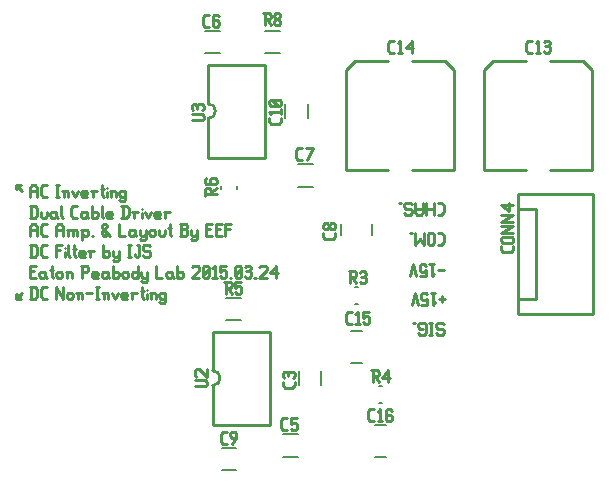
<source format=gto>
G04 start of page 8 for group -4079 idx -4079 *
G04 Title: (unknown), topsilk *
G04 Creator: pcb 20140316 *
G04 CreationDate: Fri 17 Jul 2015 05:09:26 PM GMT UTC *
G04 For: fosse *
G04 Format: Gerber/RS-274X *
G04 PCB-Dimensions (mil): 2170.00 1700.00 *
G04 PCB-Coordinate-Origin: lower left *
%MOIN*%
%FSLAX25Y25*%
%LNTOPSILK*%
%ADD56C,0.0080*%
%ADD55C,0.0100*%
G54D55*X15000Y68500D02*X13000Y66500D01*
Y68000D02*Y66500D01*
Y68000D02*X14500Y66500D01*
X13000D02*X14500D01*
X15000Y102500D02*X13000Y104500D01*
X14500D01*
X13000Y103000D01*
Y104500D01*
X17500Y75700D02*X19000D01*
X17500Y73500D02*X19500D01*
X17500Y77500D02*Y73500D01*
Y77500D02*X19500D01*
X22200Y75500D02*X22700Y75000D01*
X21200Y75500D02*X22200D01*
X20700Y75000D02*X21200Y75500D01*
X20700Y75000D02*Y74000D01*
X21200Y73500D01*
X22700Y75500D02*Y74000D01*
X23200Y73500D01*
X21200D02*X22200D01*
X22700Y74000D01*
X24900Y77500D02*Y74000D01*
X25400Y73500D01*
X24400Y76000D02*X25400D01*
X26400Y75000D02*Y74000D01*
Y75000D02*X26900Y75500D01*
X27900D01*
X28400Y75000D01*
Y74000D01*
X27900Y73500D02*X28400Y74000D01*
X26900Y73500D02*X27900D01*
X26400Y74000D02*X26900Y73500D01*
X30100Y75000D02*Y73500D01*
Y75000D02*X30600Y75500D01*
X31100D01*
X31600Y75000D01*
Y73500D01*
X29600Y75500D02*X30100Y75000D01*
X35100Y77500D02*Y73500D01*
X34600Y77500D02*X36600D01*
X37100Y77000D01*
Y76000D01*
X36600Y75500D02*X37100Y76000D01*
X35100Y75500D02*X36600D01*
X38800Y73500D02*X40300D01*
X38300Y74000D02*X38800Y73500D01*
X38300Y75000D02*Y74000D01*
Y75000D02*X38800Y75500D01*
X39800D01*
X40300Y75000D01*
X38300Y74500D02*X40300D01*
Y75000D02*Y74500D01*
X43000Y75500D02*X43500Y75000D01*
X42000Y75500D02*X43000D01*
X41500Y75000D02*X42000Y75500D01*
X41500Y75000D02*Y74000D01*
X42000Y73500D01*
X43500Y75500D02*Y74000D01*
X44000Y73500D01*
X42000D02*X43000D01*
X43500Y74000D01*
X45200Y77500D02*Y73500D01*
Y74000D02*X45700Y73500D01*
X46700D01*
X47200Y74000D01*
Y75000D02*Y74000D01*
X46700Y75500D02*X47200Y75000D01*
X45700Y75500D02*X46700D01*
X45200Y75000D02*X45700Y75500D01*
X48400Y75000D02*Y74000D01*
Y75000D02*X48900Y75500D01*
X49900D01*
X50400Y75000D01*
Y74000D01*
X49900Y73500D02*X50400Y74000D01*
X48900Y73500D02*X49900D01*
X48400Y74000D02*X48900Y73500D01*
X53600Y77500D02*Y73500D01*
X53100D02*X53600Y74000D01*
X52100Y73500D02*X53100D01*
X51600Y74000D02*X52100Y73500D01*
X51600Y75000D02*Y74000D01*
Y75000D02*X52100Y75500D01*
X53100D01*
X53600Y75000D01*
X54800Y75500D02*Y74000D01*
X55300Y73500D01*
X56800Y75500D02*Y72500D01*
X56300Y72000D02*X56800Y72500D01*
X55300Y72000D02*X56300D01*
X54800Y72500D02*X55300Y72000D01*
Y73500D02*X56300D01*
X56800Y74000D01*
X59800Y77500D02*Y73500D01*
X61800D01*
X64500Y75500D02*X65000Y75000D01*
X63500Y75500D02*X64500D01*
X63000Y75000D02*X63500Y75500D01*
X63000Y75000D02*Y74000D01*
X63500Y73500D01*
X65000Y75500D02*Y74000D01*
X65500Y73500D01*
X63500D02*X64500D01*
X65000Y74000D01*
X66700Y77500D02*Y73500D01*
Y74000D02*X67200Y73500D01*
X68200D01*
X68700Y74000D01*
Y75000D02*Y74000D01*
X68200Y75500D02*X68700Y75000D01*
X67200Y75500D02*X68200D01*
X66700Y75000D02*X67200Y75500D01*
X71500Y77000D02*X72000Y77500D01*
X73500D01*
X74000Y77000D01*
Y76000D01*
X71500Y73500D02*X74000Y76000D01*
X71500Y73500D02*X74000D01*
X75200Y74000D02*X75700Y73500D01*
X75200Y77000D02*Y74000D01*
Y77000D02*X75700Y77500D01*
X76700D01*
X77200Y77000D01*
Y74000D01*
X76700Y73500D02*X77200Y74000D01*
X75700Y73500D02*X76700D01*
X75200Y74500D02*X77200Y76500D01*
X78400Y76700D02*X79200Y77500D01*
Y73500D01*
X78400D02*X79900D01*
X81100Y77500D02*X83100D01*
X81100D02*Y75500D01*
X81600Y76000D01*
X82600D01*
X83100Y75500D01*
Y74000D01*
X82600Y73500D02*X83100Y74000D01*
X81600Y73500D02*X82600D01*
X81100Y74000D02*X81600Y73500D01*
X84300D02*X84800D01*
X86000Y74000D02*X86500Y73500D01*
X86000Y77000D02*Y74000D01*
Y77000D02*X86500Y77500D01*
X87500D01*
X88000Y77000D01*
Y74000D01*
X87500Y73500D02*X88000Y74000D01*
X86500Y73500D02*X87500D01*
X86000Y74500D02*X88000Y76500D01*
X89200Y77000D02*X89700Y77500D01*
X90700D01*
X91200Y77000D01*
X90700Y73500D02*X91200Y74000D01*
X89700Y73500D02*X90700D01*
X89200Y74000D02*X89700Y73500D01*
Y75700D02*X90700D01*
X91200Y77000D02*Y76200D01*
Y75200D02*Y74000D01*
Y75200D02*X90700Y75700D01*
X91200Y76200D02*X90700Y75700D01*
X92400Y73500D02*X92900D01*
X94100Y77000D02*X94600Y77500D01*
X96100D01*
X96600Y77000D01*
Y76000D01*
X94100Y73500D02*X96600Y76000D01*
X94100Y73500D02*X96600D01*
X97800Y75000D02*X99800Y77500D01*
X97800Y75000D02*X100300D01*
X99800Y77500D02*Y73500D01*
X18000Y84500D02*Y80500D01*
X19300Y84500D02*X20000Y83800D01*
Y81200D01*
X19300Y80500D02*X20000Y81200D01*
X17500Y80500D02*X19300D01*
X17500Y84500D02*X19300D01*
X21900Y80500D02*X23200D01*
X21200Y81200D02*X21900Y80500D01*
X21200Y83800D02*Y81200D01*
Y83800D02*X21900Y84500D01*
X23200D01*
X26200D02*Y80500D01*
Y84500D02*X28200D01*
X26200Y82700D02*X27700D01*
X29400Y83500D02*Y83400D01*
Y82000D02*Y80500D01*
X30400Y84500D02*Y81000D01*
X30900Y80500D01*
X32400Y84500D02*Y81000D01*
X32900Y80500D01*
X31900Y83000D02*X32900D01*
X34400Y80500D02*X35900D01*
X33900Y81000D02*X34400Y80500D01*
X33900Y82000D02*Y81000D01*
Y82000D02*X34400Y82500D01*
X35400D01*
X35900Y82000D01*
X33900Y81500D02*X35900D01*
Y82000D02*Y81500D01*
X37600Y82000D02*Y80500D01*
Y82000D02*X38100Y82500D01*
X39100D01*
X37100D02*X37600Y82000D01*
X42100Y84500D02*Y80500D01*
Y81000D02*X42600Y80500D01*
X43600D01*
X44100Y81000D01*
Y82000D02*Y81000D01*
X43600Y82500D02*X44100Y82000D01*
X42600Y82500D02*X43600D01*
X42100Y82000D02*X42600Y82500D01*
X45300D02*Y81000D01*
X45800Y80500D01*
X47300Y82500D02*Y79500D01*
X46800Y79000D02*X47300Y79500D01*
X45800Y79000D02*X46800D01*
X45300Y79500D02*X45800Y79000D01*
Y80500D02*X46800D01*
X47300Y81000D01*
X50300Y84500D02*X51300D01*
X50800D02*Y80500D01*
X50300D02*X51300D01*
X53200Y84500D02*X54000D01*
Y81000D01*
X53500Y80500D02*X54000Y81000D01*
X53000Y80500D02*X53500D01*
X52500Y81000D02*X53000Y80500D01*
X52500Y81500D02*Y81000D01*
X57200Y84500D02*X57700Y84000D01*
X55700Y84500D02*X57200D01*
X55200Y84000D02*X55700Y84500D01*
X55200Y84000D02*Y83000D01*
X55700Y82500D01*
X57200D01*
X57700Y82000D01*
Y81000D01*
X57200Y80500D02*X57700Y81000D01*
X55700Y80500D02*X57200D01*
X55200Y81000D02*X55700Y80500D01*
X18000Y70500D02*Y66500D01*
X19300Y70500D02*X20000Y69800D01*
Y67200D01*
X19300Y66500D02*X20000Y67200D01*
X17500Y66500D02*X19300D01*
X17500Y70500D02*X19300D01*
X21900Y66500D02*X23200D01*
X21200Y67200D02*X21900Y66500D01*
X21200Y69800D02*Y67200D01*
Y69800D02*X21900Y70500D01*
X23200D01*
X26200D02*Y66500D01*
Y70500D02*X28700Y66500D01*
Y70500D02*Y66500D01*
X29900Y68000D02*Y67000D01*
Y68000D02*X30400Y68500D01*
X31400D01*
X31900Y68000D01*
Y67000D01*
X31400Y66500D02*X31900Y67000D01*
X30400Y66500D02*X31400D01*
X29900Y67000D02*X30400Y66500D01*
X33600Y68000D02*Y66500D01*
Y68000D02*X34100Y68500D01*
X34600D01*
X35100Y68000D01*
Y66500D01*
X33100Y68500D02*X33600Y68000D01*
X36300Y68500D02*X38300D01*
X39500Y70500D02*X40500D01*
X40000D02*Y66500D01*
X39500D02*X40500D01*
X42200Y68000D02*Y66500D01*
Y68000D02*X42700Y68500D01*
X43200D01*
X43700Y68000D01*
Y66500D01*
X41700Y68500D02*X42200Y68000D01*
X44900Y68500D02*X45900Y66500D01*
X46900Y68500D02*X45900Y66500D01*
X48600D02*X50100D01*
X48100Y67000D02*X48600Y66500D01*
X48100Y68000D02*Y67000D01*
Y68000D02*X48600Y68500D01*
X49600D01*
X50100Y68000D01*
X48100Y67500D02*X50100D01*
Y68000D02*Y67500D01*
X51800Y68000D02*Y66500D01*
Y68000D02*X52300Y68500D01*
X53300D01*
X51300D02*X51800Y68000D01*
X55000Y70500D02*Y67000D01*
X55500Y66500D01*
X54500Y69000D02*X55500D01*
X56500Y69500D02*Y69400D01*
Y68000D02*Y66500D01*
X58000Y68000D02*Y66500D01*
Y68000D02*X58500Y68500D01*
X59000D01*
X59500Y68000D01*
Y66500D01*
X57500Y68500D02*X58000Y68000D01*
X62200Y68500D02*X62700Y68000D01*
X61200Y68500D02*X62200D01*
X60700Y68000D02*X61200Y68500D01*
X60700Y68000D02*Y67000D01*
X61200Y66500D01*
X62200D01*
X62700Y67000D01*
X60700Y65500D02*X61200Y65000D01*
X62200D01*
X62700Y65500D01*
Y68500D02*Y65500D01*
X17500Y103500D02*Y100500D01*
Y103500D02*X18200Y104500D01*
X19300D01*
X20000Y103500D01*
Y100500D01*
X17500Y102500D02*X20000D01*
X21900Y100500D02*X23200D01*
X21200Y101200D02*X21900Y100500D01*
X21200Y103800D02*Y101200D01*
Y103800D02*X21900Y104500D01*
X23200D01*
X26200D02*X27200D01*
X26700D02*Y100500D01*
X26200D02*X27200D01*
X28900Y102000D02*Y100500D01*
Y102000D02*X29400Y102500D01*
X29900D01*
X30400Y102000D01*
Y100500D01*
X28400Y102500D02*X28900Y102000D01*
X31600Y102500D02*X32600Y100500D01*
X33600Y102500D02*X32600Y100500D01*
X35300D02*X36800D01*
X34800Y101000D02*X35300Y100500D01*
X34800Y102000D02*Y101000D01*
Y102000D02*X35300Y102500D01*
X36300D01*
X36800Y102000D01*
X34800Y101500D02*X36800D01*
Y102000D02*Y101500D01*
X38500Y102000D02*Y100500D01*
Y102000D02*X39000Y102500D01*
X40000D01*
X38000D02*X38500Y102000D01*
X41700Y104500D02*Y101000D01*
X42200Y100500D01*
X41200Y103000D02*X42200D01*
X43200Y103500D02*Y103400D01*
Y102000D02*Y100500D01*
X44700Y102000D02*Y100500D01*
Y102000D02*X45200Y102500D01*
X45700D01*
X46200Y102000D01*
Y100500D01*
X44200Y102500D02*X44700Y102000D01*
X48900Y102500D02*X49400Y102000D01*
X47900Y102500D02*X48900D01*
X47400Y102000D02*X47900Y102500D01*
X47400Y102000D02*Y101000D01*
X47900Y100500D01*
X48900D01*
X49400Y101000D01*
X47400Y99500D02*X47900Y99000D01*
X48900D01*
X49400Y99500D01*
Y102500D02*Y99500D01*
X18000Y97500D02*Y93500D01*
X19300Y97500D02*X20000Y96800D01*
Y94200D01*
X19300Y93500D02*X20000Y94200D01*
X17500Y93500D02*X19300D01*
X17500Y97500D02*X19300D01*
X21200Y95500D02*Y94000D01*
X21700Y93500D01*
X22700D01*
X23200Y94000D01*
Y95500D02*Y94000D01*
X25900Y95500D02*X26400Y95000D01*
X24900Y95500D02*X25900D01*
X24400Y95000D02*X24900Y95500D01*
X24400Y95000D02*Y94000D01*
X24900Y93500D01*
X26400Y95500D02*Y94000D01*
X26900Y93500D01*
X24900D02*X25900D01*
X26400Y94000D01*
X28100Y97500D02*Y94000D01*
X28600Y93500D01*
X32100D02*X33400D01*
X31400Y94200D02*X32100Y93500D01*
X31400Y96800D02*Y94200D01*
Y96800D02*X32100Y97500D01*
X33400D01*
X36100Y95500D02*X36600Y95000D01*
X35100Y95500D02*X36100D01*
X34600Y95000D02*X35100Y95500D01*
X34600Y95000D02*Y94000D01*
X35100Y93500D01*
X36600Y95500D02*Y94000D01*
X37100Y93500D01*
X35100D02*X36100D01*
X36600Y94000D01*
X38300Y97500D02*Y93500D01*
Y94000D02*X38800Y93500D01*
X39800D01*
X40300Y94000D01*
Y95000D02*Y94000D01*
X39800Y95500D02*X40300Y95000D01*
X38800Y95500D02*X39800D01*
X38300Y95000D02*X38800Y95500D01*
X41500Y97500D02*Y94000D01*
X42000Y93500D01*
X43500D02*X45000D01*
X43000Y94000D02*X43500Y93500D01*
X43000Y95000D02*Y94000D01*
Y95000D02*X43500Y95500D01*
X44500D01*
X45000Y95000D01*
X43000Y94500D02*X45000D01*
Y95000D02*Y94500D01*
X48500Y97500D02*Y93500D01*
X49800Y97500D02*X50500Y96800D01*
Y94200D01*
X49800Y93500D02*X50500Y94200D01*
X48000Y93500D02*X49800D01*
X48000Y97500D02*X49800D01*
X52200Y95000D02*Y93500D01*
Y95000D02*X52700Y95500D01*
X53700D01*
X51700D02*X52200Y95000D01*
X54900Y96500D02*Y96400D01*
Y95000D02*Y93500D01*
X55900Y95500D02*X56900Y93500D01*
X57900Y95500D02*X56900Y93500D01*
X59600D02*X61100D01*
X59100Y94000D02*X59600Y93500D01*
X59100Y95000D02*Y94000D01*
Y95000D02*X59600Y95500D01*
X60600D01*
X61100Y95000D01*
X59100Y94500D02*X61100D01*
Y95000D02*Y94500D01*
X62800Y95000D02*Y93500D01*
Y95000D02*X63300Y95500D01*
X64300D01*
X62300D02*X62800Y95000D01*
X17500Y90500D02*Y87500D01*
Y90500D02*X18200Y91500D01*
X19300D01*
X20000Y90500D01*
Y87500D01*
X17500Y89500D02*X20000D01*
X21900Y87500D02*X23200D01*
X21200Y88200D02*X21900Y87500D01*
X21200Y90800D02*Y88200D01*
Y90800D02*X21900Y91500D01*
X23200D01*
X26200Y90500D02*Y87500D01*
Y90500D02*X26900Y91500D01*
X28000D01*
X28700Y90500D01*
Y87500D01*
X26200Y89500D02*X28700D01*
X30400Y89000D02*Y87500D01*
Y89000D02*X30900Y89500D01*
X31400D01*
X31900Y89000D01*
Y87500D01*
Y89000D02*X32400Y89500D01*
X32900D01*
X33400Y89000D01*
Y87500D01*
X29900Y89500D02*X30400Y89000D01*
X35100D02*Y86000D01*
X34600Y89500D02*X35100Y89000D01*
X35600Y89500D01*
X36600D01*
X37100Y89000D01*
Y88000D01*
X36600Y87500D02*X37100Y88000D01*
X35600Y87500D02*X36600D01*
X35100Y88000D02*X35600Y87500D01*
X38300D02*X38800D01*
X41800Y88000D02*X42300Y87500D01*
X41800Y91000D02*Y90000D01*
Y91000D02*X42300Y91500D01*
X41800Y89000D02*X43300Y90500D01*
X42300Y87500D02*X42800D01*
X43800Y88500D01*
X41800Y90000D02*X44300Y87500D01*
X42300Y91500D02*X42800D01*
X43300Y91000D01*
Y90500D01*
X41800Y89000D02*Y88000D01*
X47300Y91500D02*Y87500D01*
X49300D01*
X52000Y89500D02*X52500Y89000D01*
X51000Y89500D02*X52000D01*
X50500Y89000D02*X51000Y89500D01*
X50500Y89000D02*Y88000D01*
X51000Y87500D01*
X52500Y89500D02*Y88000D01*
X53000Y87500D01*
X51000D02*X52000D01*
X52500Y88000D01*
X54200Y89500D02*Y88000D01*
X54700Y87500D01*
X56200Y89500D02*Y86500D01*
X55700Y86000D02*X56200Y86500D01*
X54700Y86000D02*X55700D01*
X54200Y86500D02*X54700Y86000D01*
Y87500D02*X55700D01*
X56200Y88000D01*
X57400Y89000D02*Y88000D01*
Y89000D02*X57900Y89500D01*
X58900D01*
X59400Y89000D01*
Y88000D01*
X58900Y87500D02*X59400Y88000D01*
X57900Y87500D02*X58900D01*
X57400Y88000D02*X57900Y87500D01*
X60600Y89500D02*Y88000D01*
X61100Y87500D01*
X62100D01*
X62600Y88000D01*
Y89500D02*Y88000D01*
X64300Y91500D02*Y88000D01*
X64800Y87500D01*
X63800Y90000D02*X64800D01*
X67600Y87500D02*X69600D01*
X70100Y88000D01*
Y89200D02*Y88000D01*
X69600Y89700D02*X70100Y89200D01*
X68100Y89700D02*X69600D01*
X68100Y91500D02*Y87500D01*
X67600Y91500D02*X69600D01*
X70100Y91000D01*
Y90200D01*
X69600Y89700D02*X70100Y90200D01*
X71300Y89500D02*Y88000D01*
X71800Y87500D01*
X73300Y89500D02*Y86500D01*
X72800Y86000D02*X73300Y86500D01*
X71800Y86000D02*X72800D01*
X71300Y86500D02*X71800Y86000D01*
Y87500D02*X72800D01*
X73300Y88000D01*
X76300Y89700D02*X77800D01*
X76300Y87500D02*X78300D01*
X76300Y91500D02*Y87500D01*
Y91500D02*X78300D01*
X79500Y89700D02*X81000D01*
X79500Y87500D02*X81500D01*
X79500Y91500D02*Y87500D01*
Y91500D02*X81500D01*
X82700D02*Y87500D01*
Y91500D02*X84700D01*
X82700Y89700D02*X84200D01*
X154000Y66500D02*X156000D01*
X155000Y67500D02*Y65500D01*
X152800Y65300D02*X152000Y64500D01*
Y68500D02*Y64500D01*
X151300Y68500D02*X152800D01*
X148100Y64500D02*X150100D01*
Y66500D02*Y64500D01*
Y66500D02*X149600Y66000D01*
X148600D02*X149600D01*
X148600D02*X148100Y66500D01*
Y68000D02*Y66500D01*
X148600Y68500D02*X148100Y68000D01*
X148600Y68500D02*X149600D01*
X150100Y68000D02*X149600Y68500D01*
X146900Y64500D02*X145900Y68500D01*
X144900Y64500D01*
X153500Y76000D02*X155500D01*
X152300Y74800D02*X151500Y74000D01*
Y78000D02*Y74000D01*
X150800Y78000D02*X152300D01*
X147600Y74000D02*X149600D01*
Y76000D02*Y74000D01*
Y76000D02*X149100Y75500D01*
X148100D02*X149100D01*
X148100D02*X147600Y76000D01*
Y77500D02*Y76000D01*
X148100Y78000D02*X147600Y77500D01*
X148100Y78000D02*X149100D01*
X149600Y77500D02*X149100Y78000D01*
X146400Y74000D02*X145400Y78000D01*
X144400Y74000D01*
X153500Y88500D02*X154800D01*
X155500Y87800D02*X154800Y88500D01*
X155500Y87800D02*Y85200D01*
X154800Y84500D01*
X153500D02*X154800D01*
X152300Y88000D02*Y85000D01*
X151800Y84500D01*
X150800D02*X151800D01*
X150800D02*X150300Y85000D01*
Y88000D02*Y85000D01*
X150800Y88500D02*X150300Y88000D01*
X150800Y88500D02*X151800D01*
X152300Y88000D02*X151800Y88500D01*
X149100D02*Y84500D01*
X147600Y86500D01*
X146100Y84500D01*
Y88500D02*Y84500D01*
X144400Y88500D02*X144900D01*
X153500Y98500D02*X154800D01*
X155500Y97800D02*X154800Y98500D01*
X155500Y97800D02*Y95200D01*
X154800Y94500D01*
X153500D02*X154800D01*
X152300Y98500D02*Y94500D01*
X149800Y98500D02*Y94500D01*
Y96500D02*X152300D01*
X148600Y98500D02*Y95500D01*
X147900Y94500D01*
X146800D02*X147900D01*
X146800D02*X146100Y95500D01*
Y98500D02*Y95500D01*
Y96500D02*X148600D01*
X142900Y94500D02*X142400Y95000D01*
X142900Y94500D02*X144400D01*
X144900Y95000D02*X144400Y94500D01*
X144900Y96000D02*Y95000D01*
Y96000D02*X144400Y96500D01*
X142900D02*X144400D01*
X142900D02*X142400Y97000D01*
Y98000D02*Y97000D01*
X142900Y98500D02*X142400Y98000D01*
X142900Y98500D02*X144400D01*
X144900Y98000D02*X144400Y98500D01*
X140700D02*X141200D01*
X153500Y54500D02*X153000Y55000D01*
X153500Y54500D02*X155000D01*
X155500Y55000D02*X155000Y54500D01*
X155500Y56000D02*Y55000D01*
Y56000D02*X155000Y56500D01*
X153500D02*X155000D01*
X153500D02*X153000Y57000D01*
Y58000D02*Y57000D01*
X153500Y58500D02*X153000Y58000D01*
X153500Y58500D02*X155000D01*
X155500Y58000D02*X155000Y58500D01*
X150800Y54500D02*X151800D01*
X151300Y58500D02*Y54500D01*
X150800Y58500D02*X151800D01*
X147600Y54500D02*X147100Y55000D01*
X147600Y54500D02*X149100D01*
X149600Y55000D02*X149100Y54500D01*
X149600Y58000D02*Y55000D01*
Y58000D02*X149100Y58500D01*
X147600D02*X149100D01*
X147600D02*X147100Y58000D01*
Y57000D01*
X147600Y56500D02*X147100Y57000D01*
X147600Y56500D02*X148600D01*
X145400Y58500D02*X145900D01*
X159032Y109468D02*X144874D01*
X159032D02*Y142532D01*
X156032Y145532D01*
X144874D01*
X122968Y109468D02*X137126D01*
X122968D02*Y142532D01*
X125968Y145532D01*
X137126D01*
X205032Y109468D02*X190874D01*
X205032D02*Y142532D01*
X202032Y145532D01*
X190874D01*
X168968Y109468D02*X183126D01*
X168968D02*Y142532D01*
X171968Y145532D01*
X183126D01*
X77000Y113500D02*X96000D01*
Y144500D02*Y113500D01*
X77000Y144500D02*X96000D01*
X77000Y126500D02*Y113500D01*
Y144500D02*Y131500D01*
Y126500D02*G75*G03X77000Y131500I0J2500D01*G01*
G54D56*X96138Y155740D02*X100862D01*
X96138Y148260D02*X100862D01*
X76138Y155740D02*X80862D01*
X76138Y148260D02*X80862D01*
X102760Y131362D02*Y126638D01*
X110240Y131362D02*Y126638D01*
X107138Y111240D02*X111862D01*
X107138Y103760D02*X111862D01*
X81245Y103893D02*Y103107D01*
X86755Y103893D02*Y103107D01*
X121186Y91468D02*Y87532D01*
X131814Y91468D02*Y87532D01*
X124532Y55814D02*X128468D01*
X124532Y45186D02*X128468D01*
X126107Y70255D02*X126893D01*
X126107Y64745D02*X126893D01*
X107260Y42362D02*Y37638D01*
X114740Y42362D02*Y37638D01*
X102138Y21240D02*X106862D01*
X102138Y13760D02*X106862D01*
X132532Y24314D02*X136468D01*
X132532Y13686D02*X136468D01*
X134107Y37255D02*X134893D01*
X134107Y31745D02*X134893D01*
G54D55*X205300Y101500D02*Y61500D01*
X180300Y101500D02*Y61500D01*
Y66500D02*X186300D01*
Y96500D02*Y66500D01*
X180300Y96500D02*X186300D01*
X180300Y61500D02*X205300D01*
X180300Y101500D02*X205300D01*
X78500Y24500D02*X97500D01*
Y55500D02*Y24500D01*
X78500Y55500D02*X97500D01*
X78500Y37500D02*Y24500D01*
Y55500D02*Y42500D01*
Y37500D02*G75*G03X78500Y42500I0J2500D01*G01*
G54D56*X83138Y66740D02*X87862D01*
X83138Y59260D02*X87862D01*
X81638Y16740D02*X86362D01*
X81638Y9260D02*X86362D01*
G54D55*X137700Y148500D02*X139000D01*
X137000Y149200D02*X137700Y148500D01*
X137000Y151800D02*Y149200D01*
Y151800D02*X137700Y152500D01*
X139000D01*
X140200Y151700D02*X141000Y152500D01*
Y148500D01*
X140200D02*X141700D01*
X142900Y150000D02*X144900Y152500D01*
X142900Y150000D02*X145400D01*
X144900Y152500D02*Y148500D01*
X183700D02*X185000D01*
X183000Y149200D02*X183700Y148500D01*
X183000Y151800D02*Y149200D01*
Y151800D02*X183700Y152500D01*
X185000D01*
X186200Y151700D02*X187000Y152500D01*
Y148500D01*
X186200D02*X187700D01*
X188900Y152000D02*X189400Y152500D01*
X190400D01*
X190900Y152000D01*
X190400Y148500D02*X190900Y149000D01*
X189400Y148500D02*X190400D01*
X188900Y149000D02*X189400Y148500D01*
Y150700D02*X190400D01*
X190900Y152000D02*Y151200D01*
Y150200D02*Y149000D01*
Y150200D02*X190400Y150700D01*
X190900Y151200D02*X190400Y150700D01*
X71500Y126000D02*X75000D01*
X75500Y126500D01*
Y127500D02*Y126500D01*
Y127500D02*X75000Y128000D01*
X71500D02*X75000D01*
X72000Y129200D02*X71500Y129700D01*
Y130700D02*Y129700D01*
Y130700D02*X72000Y131200D01*
X75500Y130700D02*X75000Y131200D01*
X75500Y130700D02*Y129700D01*
X75000Y129200D02*X75500Y129700D01*
X73300Y130700D02*Y129700D01*
X72000Y131200D02*X72800D01*
X73800D02*X75000D01*
X73800D02*X73300Y130700D01*
X72800Y131200D02*X73300Y130700D01*
X95350Y161650D02*X97350D01*
X97850Y161150D01*
Y160150D01*
X97350Y159650D02*X97850Y160150D01*
X95850Y159650D02*X97350D01*
X95850Y161650D02*Y157650D01*
X96650Y159650D02*X97850Y157650D01*
X99050Y158150D02*X99550Y157650D01*
X99050Y158950D02*Y158150D01*
Y158950D02*X99750Y159650D01*
X100350D01*
X101050Y158950D01*
Y158150D01*
X100550Y157650D02*X101050Y158150D01*
X99550Y157650D02*X100550D01*
X99050Y160350D02*X99750Y159650D01*
X99050Y161150D02*Y160350D01*
Y161150D02*X99550Y161650D01*
X100550D01*
X101050Y161150D01*
Y160350D01*
X100350Y159650D02*X101050Y160350D01*
X76050Y157150D02*X77350D01*
X75350Y157850D02*X76050Y157150D01*
X75350Y160450D02*Y157850D01*
Y160450D02*X76050Y161150D01*
X77350D01*
X80050D02*X80550Y160650D01*
X79050Y161150D02*X80050D01*
X78550Y160650D02*X79050Y161150D01*
X78550Y160650D02*Y157650D01*
X79050Y157150D01*
X80050Y159350D02*X80550Y158850D01*
X78550Y159350D02*X80050D01*
X79050Y157150D02*X80050D01*
X80550Y157650D01*
Y158850D02*Y157650D01*
X101350Y126850D02*Y125550D01*
X100650Y124850D02*X101350Y125550D01*
X98050Y124850D02*X100650D01*
X98050D02*X97350Y125550D01*
Y126850D02*Y125550D01*
X98150Y128050D02*X97350Y128850D01*
X101350D01*
Y129550D02*Y128050D01*
X100850Y130750D02*X101350Y131250D01*
X97850Y130750D02*X100850D01*
X97850D02*X97350Y131250D01*
Y132250D02*Y131250D01*
Y132250D02*X97850Y132750D01*
X100850D01*
X101350Y132250D02*X100850Y132750D01*
X101350Y132250D02*Y131250D01*
X100350Y130750D02*X98350Y132750D01*
X107050Y112650D02*X108350D01*
X106350Y113350D02*X107050Y112650D01*
X106350Y115950D02*Y113350D01*
Y115950D02*X107050Y116650D01*
X108350D01*
X110050Y112650D02*X112050Y116650D01*
X109550D02*X112050D01*
X75850Y102850D02*Y100850D01*
Y102850D02*X76350Y103350D01*
X77350D01*
X77850Y102850D02*X77350Y103350D01*
X77850Y102850D02*Y101350D01*
X75850D02*X79850D01*
X77850Y102150D02*X79850Y103350D01*
X75850Y106050D02*X76350Y106550D01*
X75850Y106050D02*Y105050D01*
X76350Y104550D02*X75850Y105050D01*
X76350Y104550D02*X79350D01*
X79850Y105050D01*
X77650Y106050D02*X78150Y106550D01*
X77650Y106050D02*Y104550D01*
X79850Y106050D02*Y105050D01*
Y106050D02*X79350Y106550D01*
X78150D02*X79350D01*
X178700Y83900D02*Y82600D01*
X178000Y81900D02*X178700Y82600D01*
X175400Y81900D02*X178000D01*
X175400D02*X174700Y82600D01*
Y83900D02*Y82600D01*
X175200Y85100D02*X178200D01*
X175200D02*X174700Y85600D01*
Y86600D02*Y85600D01*
Y86600D02*X175200Y87100D01*
X178200D01*
X178700Y86600D02*X178200Y87100D01*
X178700Y86600D02*Y85600D01*
X178200Y85100D02*X178700Y85600D01*
X174700Y88300D02*X178700D01*
X174700D02*X178700Y90800D01*
X174700D02*X178700D01*
X174700Y92000D02*X178700D01*
X174700D02*X178700Y94500D01*
X174700D02*X178700D01*
X177200Y95700D02*X174700Y97700D01*
X177200Y98200D02*Y95700D01*
X174700Y97700D02*X178700D01*
X119350Y88350D02*Y87050D01*
X118650Y86350D02*X119350Y87050D01*
X116050Y86350D02*X118650D01*
X116050D02*X115350Y87050D01*
Y88350D02*Y87050D01*
X118850Y89550D02*X119350Y90050D01*
X118050Y89550D02*X118850D01*
X118050D02*X117350Y90250D01*
Y90850D02*Y90250D01*
Y90850D02*X118050Y91550D01*
X118850D01*
X119350Y91050D02*X118850Y91550D01*
X119350Y91050D02*Y90050D01*
X116650Y89550D02*X117350Y90250D01*
X115850Y89550D02*X116650D01*
X115850D02*X115350Y90050D01*
Y91050D02*Y90050D01*
Y91050D02*X115850Y91550D01*
X116650D01*
X117350Y90850D02*X116650Y91550D01*
X123850Y75650D02*X125850D01*
X126350Y75150D01*
Y74150D01*
X125850Y73650D02*X126350Y74150D01*
X124350Y73650D02*X125850D01*
X124350Y75650D02*Y71650D01*
X125150Y73650D02*X126350Y71650D01*
X127550Y75150D02*X128050Y75650D01*
X129050D01*
X129550Y75150D01*
X129050Y71650D02*X129550Y72150D01*
X128050Y71650D02*X129050D01*
X127550Y72150D02*X128050Y71650D01*
Y73850D02*X129050D01*
X129550Y75150D02*Y74350D01*
Y73350D02*Y72150D01*
Y73350D02*X129050Y73850D01*
X129550Y74350D02*X129050Y73850D01*
X105850Y38850D02*Y37550D01*
X105150Y36850D02*X105850Y37550D01*
X102550Y36850D02*X105150D01*
X102550D02*X101850Y37550D01*
Y38850D02*Y37550D01*
X102350Y40050D02*X101850Y40550D01*
Y41550D02*Y40550D01*
Y41550D02*X102350Y42050D01*
X105850Y41550D02*X105350Y42050D01*
X105850Y41550D02*Y40550D01*
X105350Y40050D02*X105850Y40550D01*
X103650Y41550D02*Y40550D01*
X102350Y42050D02*X103150D01*
X104150D02*X105350D01*
X104150D02*X103650Y41550D01*
X103150Y42050D02*X103650Y41550D01*
X72500Y37250D02*X76000D01*
X76500Y37750D01*
Y38750D02*Y37750D01*
Y38750D02*X76000Y39250D01*
X72500D02*X76000D01*
X73000Y40450D02*X72500Y40950D01*
Y42450D02*Y40950D01*
Y42450D02*X73000Y42950D01*
X74000D01*
X76500Y40450D02*X74000Y42950D01*
X76500D02*Y40450D01*
X82445Y72150D02*X84445D01*
X84945Y71650D01*
Y70650D01*
X84445Y70150D02*X84945Y70650D01*
X82945Y70150D02*X84445D01*
X82945Y72150D02*Y68150D01*
X83745Y70150D02*X84945Y68150D01*
X86145Y72150D02*X88145D01*
X86145D02*Y70150D01*
X86645Y70650D01*
X87645D01*
X88145Y70150D01*
Y68650D01*
X87645Y68150D02*X88145Y68650D01*
X86645Y68150D02*X87645D01*
X86145Y68650D02*X86645Y68150D01*
X102050Y22650D02*X103350D01*
X101350Y23350D02*X102050Y22650D01*
X101350Y25950D02*Y23350D01*
Y25950D02*X102050Y26650D01*
X103350D01*
X104550D02*X106550D01*
X104550D02*Y24650D01*
X105050Y25150D01*
X106050D01*
X106550Y24650D01*
Y23150D01*
X106050Y22650D02*X106550Y23150D01*
X105050Y22650D02*X106050D01*
X104550Y23150D02*X105050Y22650D01*
X81955Y18150D02*X83255D01*
X81255Y18850D02*X81955Y18150D01*
X81255Y21450D02*Y18850D01*
Y21450D02*X81955Y22150D01*
X83255D01*
X84955Y18150D02*X86455Y20150D01*
Y21650D02*Y20150D01*
X85955Y22150D02*X86455Y21650D01*
X84955Y22150D02*X85955D01*
X84455Y21650D02*X84955Y22150D01*
X84455Y21650D02*Y20650D01*
X84955Y20150D01*
X86455D01*
X123550Y58150D02*X124850D01*
X122850Y58850D02*X123550Y58150D01*
X122850Y61450D02*Y58850D01*
Y61450D02*X123550Y62150D01*
X124850D01*
X126050Y61350D02*X126850Y62150D01*
Y58150D01*
X126050D02*X127550D01*
X128750Y62150D02*X130750D01*
X128750D02*Y60150D01*
X129250Y60650D01*
X130250D01*
X130750Y60150D01*
Y58650D01*
X130250Y58150D02*X130750Y58650D01*
X129250Y58150D02*X130250D01*
X128750Y58650D02*X129250Y58150D01*
X131050Y25650D02*X132350D01*
X130350Y26350D02*X131050Y25650D01*
X130350Y28950D02*Y26350D01*
Y28950D02*X131050Y29650D01*
X132350D01*
X133550Y28850D02*X134350Y29650D01*
Y25650D01*
X133550D02*X135050D01*
X137750Y29650D02*X138250Y29150D01*
X136750Y29650D02*X137750D01*
X136250Y29150D02*X136750Y29650D01*
X136250Y29150D02*Y26150D01*
X136750Y25650D01*
X137750Y27850D02*X138250Y27350D01*
X136250Y27850D02*X137750D01*
X136750Y25650D02*X137750D01*
X138250Y26150D01*
Y27350D02*Y26150D01*
X131350Y42650D02*X133350D01*
X133850Y42150D01*
Y41150D01*
X133350Y40650D02*X133850Y41150D01*
X131850Y40650D02*X133350D01*
X131850Y42650D02*Y38650D01*
X132650Y40650D02*X133850Y38650D01*
X135050Y40150D02*X137050Y42650D01*
X135050Y40150D02*X137550D01*
X137050Y42650D02*Y38650D01*
M02*

</source>
